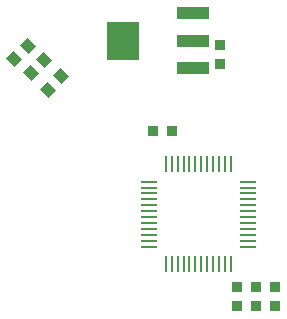
<source format=gtp>
G04*
G04 #@! TF.GenerationSoftware,Altium Limited,Altium Designer,20.0.7 (75)*
G04*
G04 Layer_Color=8421504*
%FSLAX44Y44*%
%MOMM*%
G71*
G01*
G75*
%ADD17R,2.7000X3.3000*%
%ADD18R,2.7000X1.0000*%
%ADD19R,0.9652X0.8636*%
G04:AMPARAMS|DCode=20|XSize=0.8636mm|YSize=0.9652mm|CornerRadius=0mm|HoleSize=0mm|Usage=FLASHONLY|Rotation=225.000|XOffset=0mm|YOffset=0mm|HoleType=Round|Shape=Rectangle|*
%AMROTATEDRECTD20*
4,1,4,-0.0359,0.6466,0.6466,-0.0359,0.0359,-0.6466,-0.6466,0.0359,-0.0359,0.6466,0.0*
%
%ADD20ROTATEDRECTD20*%

%ADD21R,0.8636X0.9652*%
%ADD22R,1.4732X0.2794*%
%ADD23R,0.2794X1.4732*%
D17*
X-23500Y170000D02*
D03*
D18*
X35500Y193000D02*
D03*
Y170000D02*
D03*
Y147000D02*
D03*
D19*
X73000Y-55001D02*
D03*
Y-38999D02*
D03*
X105000Y-55001D02*
D03*
Y-38999D02*
D03*
X89000Y-55001D02*
D03*
Y-38999D02*
D03*
X58000Y149999D02*
D03*
Y166001D02*
D03*
D20*
X-115658Y154343D02*
D03*
X-104342Y165657D02*
D03*
X-101658Y142342D02*
D03*
X-90343Y153657D02*
D03*
X-87658Y128342D02*
D03*
X-76343Y139657D02*
D03*
D21*
X1999Y93000D02*
D03*
X18001D02*
D03*
D22*
X82164Y-4500D02*
D03*
Y500D02*
D03*
Y5500D02*
D03*
Y10500D02*
D03*
Y15500D02*
D03*
Y20500D02*
D03*
Y25500D02*
D03*
Y30500D02*
D03*
Y35500D02*
D03*
Y40500D02*
D03*
Y45500D02*
D03*
Y50500D02*
D03*
X-2164D02*
D03*
Y45500D02*
D03*
Y40500D02*
D03*
Y35500D02*
D03*
Y30500D02*
D03*
Y25500D02*
D03*
Y20500D02*
D03*
Y15500D02*
D03*
Y10500D02*
D03*
Y5500D02*
D03*
Y500D02*
D03*
Y-4500D02*
D03*
D23*
X67500Y65164D02*
D03*
X62500D02*
D03*
X57500D02*
D03*
X52500D02*
D03*
X47500D02*
D03*
X42500D02*
D03*
X37500D02*
D03*
X32500D02*
D03*
X27500D02*
D03*
X22500D02*
D03*
X17500D02*
D03*
X12500D02*
D03*
Y-19164D02*
D03*
X17500D02*
D03*
X22500D02*
D03*
X27500D02*
D03*
X32500D02*
D03*
X37500D02*
D03*
X42500D02*
D03*
X47500D02*
D03*
X52500D02*
D03*
X57500D02*
D03*
X62500D02*
D03*
X67500D02*
D03*
M02*

</source>
